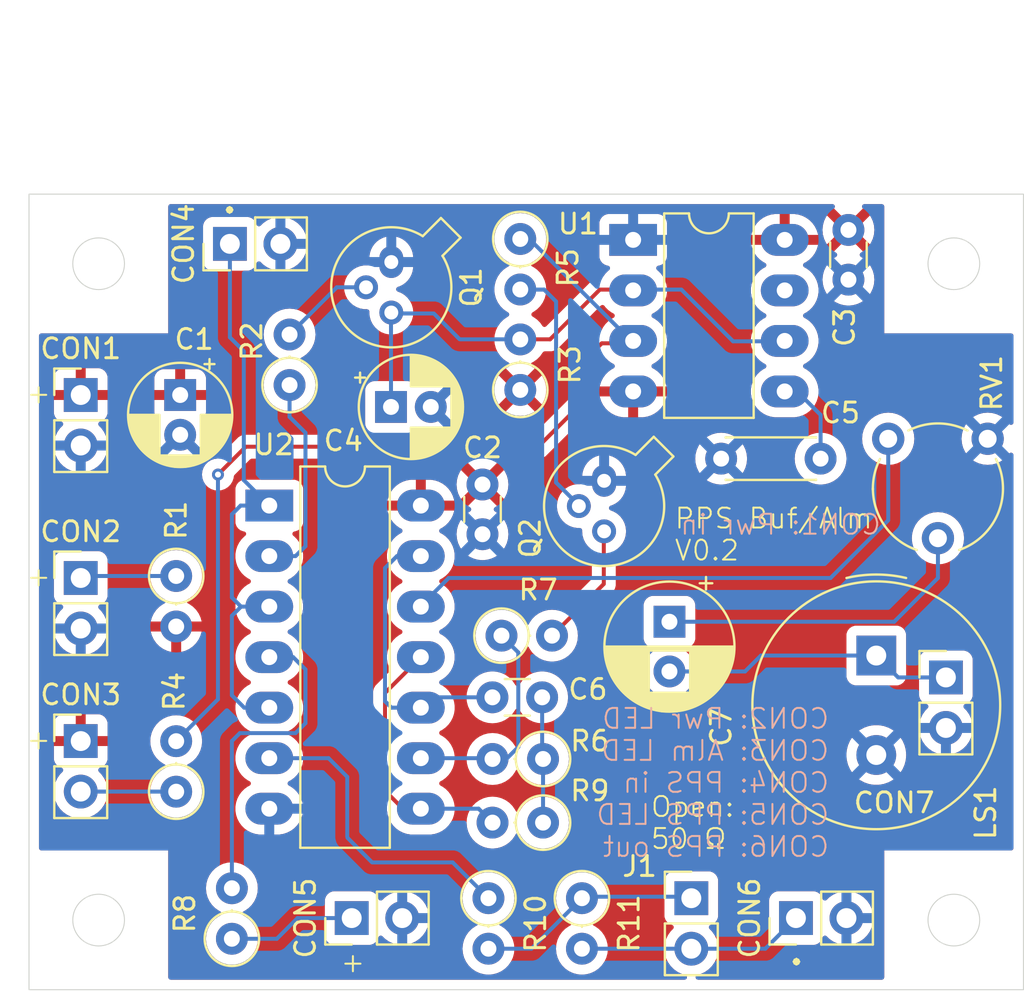
<source format=kicad_pcb>
(kicad_pcb (version 20240108) (generator "pcbnew") (generator_version "8.0")
  (title_block (title "GPS Receiver PPS Buffer") (date "2024-06-10") (rev "0.1") (company "Smithnet"))
  (layers (0 "F.Cu" signal) (31 "B.Cu" signal) (34 "B.Paste" user) (35 "F.Paste" user) (36 "B.SilkS" user "B.Silkscreen") (37 "F.SilkS" user "F.Silkscreen") (38 "B.Mask" user) (39 "F.Mask" user) (44 "Edge.Cuts" user))
  (net 0 "")
  (net 1 "Net-(Q1-B)")
  (net 2 "Net-(Q1-C)")
  (net 3 "GND")
  (net 4 "Net-(Q2-B)")
  (net 5 "Net-(Q2-C)")
  (net 6 "+5V")
  (net 7 "Net-(U1-CV)")
  (net 9 "~{ALARM}")
  (net 10 "Net-(CON2-Pin_1)")
  (net 11 "Net-(CON3-Pin_2)")
  (net 12 "PPS")
  (net 13 "Net-(CON4-Pin_1)")
  (net 14 "Net-(CON6-Pin_1)")
  (net 15 "Net-(J1-Pin_1)")
  (net 16 "Net-(R8-Pad2)")
  (net 17 "Net-(R10-Pad1)")
  (net 18 "Net-(C6-Pad1)")
  (net 19 "Net-(C6-Pad2)")
  (net 20 "Net-(C7-Pad1)")
  (net 21 "Net-(RV1-Pad1)")
  (net 22 "Net-(R6-Pad2)")
  (net 23 "Net-(R9-Pad2)")
  (net 24 "Net-(CON5-Pin_1)")
  (net 25 "Net-(CON7-Pin_1)")
  (footprint "Connector_PinHeader_2.54mm:PinHeader_1x02_P2.54mm_Vertical" (layer "F.Cu") (at 122.6 99.3)
    (property "Reference" "CON2" (at 0 -2.33 0) (layer "F.SilkS"))
    (property "Value" "Pwr LED")
    (pad "1" thru_hole rect (at 0 0) (size 1.7 1.7) (drill 1) (layers "*.Cu" "*.Mask") (net 10 "Net-(CON2-Pin_1)"))
    (pad "2" thru_hole oval (at 0 2.54) (size 1.7 1.7) (drill 1) (layers "*.Cu" "*.Mask") (net 3 "GND"))
  )
  (footprint "Connector_PinHeader_2.54mm:PinHeader_1x02_P2.54mm_Vertical" (layer "F.Cu") (at 122.6 107.5)
    (property "Reference" "CON3" (at 0 -2.33 0) (layer "F.SilkS"))
    (property "Value" "Alm LED")
    (pad "1" thru_hole rect (at 0 0) (size 1.7 1.7) (drill 1) (layers "*.Cu" "*.Mask") (net 6 "+5V"))
    (pad "2" thru_hole oval (at 0 2.54) (size 1.7 1.7) (drill 1) (layers "*.Cu" "*.Mask") (net 11 "Net-(CON3-Pin_2)"))
  )
  (footprint "Package_DIP:CERDIP-14_W7.62mm_SideBrazed_LongPads" (layer "F.Cu") (at 132.08 95.66)
    (property "Reference" "U2" (at 0.22 -3.06 0) (layer "F.SilkS"))
    (property "Value" "74HC04" (hide yes))
    (pad "1" thru_hole rect (at 0 0) (size 2.4 1.6) (drill 0.8) (layers "*.Cu" "*.Mask") (net 13 "Net-(CON4-Pin_1)"))
    (pad "2" thru_hole oval (at 0 2.54) (size 2.4 1.6) (drill 0.8) (layers "*.Cu" "*.Mask") (net 12 "PPS"))
    (pad "3" thru_hole oval (at 0 5.08) (size 2.4 1.6) (drill 0.8) (layers "*.Cu" "*.Mask") (net 13 "Net-(CON4-Pin_1)"))
    (pad "4" thru_hole oval (at 0 7.62) (size 2.4 1.6) (drill 0.8) (layers "*.Cu" "*.Mask") (net 16 "Net-(R8-Pad2)"))
    (pad "5" thru_hole oval (at 0 10.16) (size 2.4 1.6) (drill 0.8) (layers "*.Cu" "*.Mask") (net 13 "Net-(CON4-Pin_1)"))
    (pad "6" thru_hole oval (at 0 12.7) (size 2.4 1.6) (drill 0.8) (layers "*.Cu" "*.Mask") (net 17 "Net-(R10-Pad1)"))
    (pad "7" thru_hole oval (at 0 15.24) (size 2.4 1.6) (drill 0.8) (layers "*.Cu" "*.Mask") (net 3 "GND"))
    (pad "8" thru_hole oval (at 7.62 15.24) (size 2.4 1.6) (drill 0.8) (layers "*.Cu" "*.Mask") (net 23 "Net-(R9-Pad2)"))
    (pad "9" thru_hole oval (at 7.62 12.7) (size 2.4 1.6) (drill 0.8) (layers "*.Cu" "*.Mask") (net 22 "Net-(R6-Pad2)"))
    (pad "10" thru_hole oval (at 7.62 10.16) (size 2.4 1.6) (drill 0.8) (layers "*.Cu" "*.Mask") (net 19 "Net-(C6-Pad2)"))
    (pad "11" thru_hole oval (at 7.62 7.62) (size 2.4 1.6) (drill 0.8) (layers "*.Cu" "*.Mask") (net 23 "Net-(R9-Pad2)"))
    (pad "12" thru_hole oval (at 7.62 5.08) (size 2.4 1.6) (drill 0.8) (layers "*.Cu" "*.Mask") (net 21 "Net-(RV1-Pad1)"))
    (pad "13" thru_hole oval (at 7.62 2.54) (size 2.4 1.6) (drill 0.8) (layers "*.Cu" "*.Mask") (net 19 "Net-(C6-Pad2)"))
    (pad "14" thru_hole oval (at 7.62 0) (size 2.4 1.6) (drill 0.8) (layers "*.Cu" "*.Mask") (net 6 "+5V"))
  )
  (footprint "Resistor_THT:R_Axial_DIN0207_L6.3mm_D2.5mm_P2.54mm_Vertical" (layer "F.Cu") (at 145.845 108.4 180)
    (property "Reference" "R6" (at -2.355 0.9 0) (layer "F.SilkS"))
    (property "Value" "100k" (hide yes))
    (pad "1" thru_hole circle (at 0 0 180) (size 1.6 1.6) (drill 0.8) (layers "*.Cu" "*.Mask") (net 18 "Net-(C6-Pad1)"))
    (pad "2" thru_hole oval (at 2.54 0 180) (size 1.6 1.6) (drill 0.8) (layers "*.Cu" "*.Mask") (net 22 "Net-(R6-Pad2)"))
  )
  (footprint "Package_TO_SOT_THT:TO-18-3" (layer "F.Cu") (at 148.915276 94.414724 -90)
    (property "Reference" "Q2" (at 2.885276 3.715276 90) (layer "F.SilkS"))
    (property "Value" "BC108" (hide yes))
    (pad "1" thru_hole oval (at 0 0 270) (size 1.6 1.2) (drill 0.7) (layers "*.Cu" "*.Mask") (net 3 "GND"))
    (pad "2" thru_hole oval (at 1.27 1.27 270) (size 1.2 1.2) (drill 0.7) (layers "*.Cu" "*.Mask") (net 4 "Net-(Q2-B)"))
    (pad "3" thru_hole oval (at 2.54 0 270) (size 1.2 1.2) (drill 0.7) (layers "*.Cu" "*.Mask") (net 5 "Net-(Q2-C)"))
  )
  (footprint "Resistor_THT:R_Axial_DIN0207_L6.3mm_D2.5mm_P2.54mm_Vertical" (layer "F.Cu") (at 127.4 110.045 90)
    (property "Reference" "R4" (at 5.04 -0.1 90) (layer "F.SilkS"))
    (property "Value" "1k")
    (pad "1" thru_hole circle (at 0 0 90) (size 1.6 1.6) (drill 0.8) (layers "*.Cu" "*.Mask") (net 11 "Net-(CON3-Pin_2)"))
    (pad "2" thru_hole oval (at 2.54 0 90) (size 1.6 1.6) (drill 0.8) (layers "*.Cu" "*.Mask") (net 9 "~{ALARM}"))
  )
  (footprint "Capacitor_THT:CP_Radial_D5.0mm_P2.00mm" (layer "F.Cu") (at 127.6 90.1 -90)
    (property "Reference" "C1" (at -2.8 -0.7 180) (layer "F.SilkS"))
    (property "Value" "10u" (hide yes))
    (pad "1" thru_hole rect (at 0 0 270) (size 1.6 1.6) (drill 0.8) (layers "*.Cu" "*.Mask") (net 6 "+5V"))
    (pad "2" thru_hole circle (at 2 0 270) (size 1.6 1.6) (drill 0.8) (layers "*.Cu" "*.Mask") (net 3 "GND"))
  )
  (footprint "Resistor_THT:R_Axial_DIN0207_L6.3mm_D2.5mm_P2.54mm_Vertical" (layer "F.Cu") (at 145.845 111.6 180)
    (property "Reference" "R9" (at -2.355 1.6 0) (layer "F.SilkS"))
    (property "Value" "270k" (hide yes))
    (pad "1" thru_hole circle (at 0 0 180) (size 1.6 1.6) (drill 0.8) (layers "*.Cu" "*.Mask") (net 18 "Net-(C6-Pad1)"))
    (pad "2" thru_hole oval (at 2.54 0 180) (size 1.6 1.6) (drill 0.8) (layers "*.Cu" "*.Mask") (net 23 "Net-(R9-Pad2)"))
  )
  (footprint "Connector_PinHeader_2.54mm:PinHeader_1x02_P2.54mm_Vertical" (layer "F.Cu") (at 122.6 90.1)
    (property "Reference" "CON1" (at 0 -2.33 0) (layer "F.SilkS"))
    (property "Value" "Pwr")
    (pad "1" thru_hole rect (at 0 0) (size 1.7 1.7) (drill 1) (layers "*.Cu" "*.Mask") (net 6 "+5V"))
    (pad "2" thru_hole oval (at 0 2.54) (size 1.7 1.7) (drill 1) (layers "*.Cu" "*.Mask") (net 3 "GND"))
  )
  (footprint "Connector_PinHeader_2.54mm:PinHeader_1x02_P2.54mm_Vertical" (layer "F.Cu") (at 153.3 115.4)
    (property "Reference" "J1" (at -2.6 -1.6 0) (layer "F.SilkS"))
    (property "Value" "Low Z")
    (pad "1" thru_hole rect (at 0 0) (size 1.7 1.7) (drill 1) (layers "*.Cu" "*.Mask") (net 15 "Net-(J1-Pin_1)"))
    (pad "2" thru_hole oval (at 0 2.54) (size 1.7 1.7) (drill 1) (layers "*.Cu" "*.Mask") (net 14 "Net-(CON6-Pin_1)"))
  )
  (footprint "Resistor_THT:R_Axial_DIN0207_L6.3mm_D2.5mm_P2.54mm_Vertical" (layer "F.Cu") (at 143.1 115.4 -90)
    (property "Reference" "R10" (at 1.27 -2.37 -90) (layer "F.SilkS"))
    (property "Value" "2.7" (hide yes))
    (pad "1" thru_hole circle (at 0 0 270) (size 1.6 1.6) (drill 0.8) (layers "*.Cu" "*.Mask") (net 17 "Net-(R10-Pad1)"))
    (pad "2" thru_hole oval (at 2.54 0 270) (size 1.6 1.6) (drill 0.8) (layers "*.Cu" "*.Mask") (net 15 "Net-(J1-Pin_1)"))
  )
  (footprint "Connector_PinHeader_2.54mm:PinHeader_1x02_P2.54mm_Vertical" (layer "F.Cu") (at 130.1 82.5 90)
    (property "Reference" "CON4" (at 0 -2.33 90) (layer "F.SilkS"))
    (property "Value" "PPS In")
    (pad "1" thru_hole rect (at 0 0 90) (size 1.7 1.7) (drill 1) (layers "*.Cu" "*.Mask") (net 13 "Net-(CON4-Pin_1)"))
    (pad "2" thru_hole oval (at 0 2.54 90) (size 1.7 1.7) (drill 1) (layers "*.Cu" "*.Mask") (net 3 "GND"))
  )
  (footprint "Potentiometer_THT:Potentiometer_Piher_PT-6-V_Vertical" (layer "F.Cu") (at 163.2 92.3 -90)
    (property "Reference" "RV1" (at -2.8 -5.2 90) (layer "F.SilkS"))
    (property "Value" "10k" (hide yes))
    (pad "1" thru_hole circle (at 0 0 270) (size 1.62 1.62) (drill 0.9) (layers "*.Cu" "*.Mask") (net 21 "Net-(RV1-Pad1)"))
    (pad "2" thru_hole circle (at 5 -2.5 270) (size 1.62 1.62) (drill 0.9) (layers "*.Cu" "*.Mask") (net 20 "Net-(C7-Pad1)"))
    (pad "3" thru_hole circle (at 0 -5 270) (size 1.62 1.62) (drill 0.9) (layers "*.Cu" "*.Mask") (net 3 "GND"))
  )
  (footprint "Capacitor_THT:CP_Radial_D6.3mm_P2.50mm" (layer "F.Cu") (at 152.2 101.5 -90)
    (property "Reference" "C7" (at 5.3 -2.6 -90) (layer "F.SilkS"))
    (property "Value" "0.47uF")
    (pad "1" thru_hole rect (at 0 0 270) (size 1.6 1.6) (drill 0.8) (layers "*.Cu" "*.Mask") (net 20 "Net-(C7-Pad1)"))
    (pad "2" thru_hole circle (at 2.5 0 270) (size 1.6 1.6) (drill 0.8) (layers "*.Cu" "*.Mask") (net 25 "Net-(CON7-Pin_1)"))
  )
  (footprint "Resistor_THT:R_Axial_DIN0207_L6.3mm_D2.5mm_P2.54mm_Vertical" (layer "F.Cu") (at 144.7 82.255 -90)
    (property "Reference" "R5" (at 1.445 -2.4 90) (layer "F.SilkS"))
    (property "Value" "47k" (hide yes))
    (pad "1" thru_hole circle (at 0 0 270) (size 1.6 1.6) (drill 0.8) (layers "*.Cu" "*.Mask") (net 9 "~{ALARM}"))
    (pad "2" thru_hole oval (at 2.54 0 270) (size 1.6 1.6) (drill 0.8) (layers "*.Cu" "*.Mask") (net 4 "Net-(Q2-B)"))
  )
  (footprint "Resistor_THT:R_Axial_DIN0207_L6.3mm_D2.5mm_P2.54mm_Vertical" (layer "F.Cu") (at 144.7 89.845 90)
    (property "Reference" "R3" (at 1.27 2.5 90) (layer "F.SilkS"))
    (property "Value" "270k" (hide yes))
    (pad "1" thru_hole circle (at 0 0 90) (size 1.6 1.6) (drill 0.8) (layers "*.Cu" "*.Mask") (net 6 "+5V"))
    (pad "2" thru_hole oval (at 2.54 0 90) (size 1.6 1.6) (drill 0.8) (layers "*.Cu" "*.Mask") (net 2 "Net-(Q1-C)"))
  )
  (footprint "Capacitor_THT:CP_Radial_D5.0mm_P2.00mm" (layer "F.Cu") (at 138.2 90.7)
    (property "Reference" "C4" (at -2.4 1.7 0) (layer "F.SilkS"))
    (property "Value" "22uF" (hide yes))
    (pad "1" thru_hole rect (at 0 0) (size 1.6 1.6) (drill 0.8) (layers "*.Cu" "*.Mask") (net 2 "Net-(Q1-C)"))
    (pad "2" thru_hole circle (at 2 0) (size 1.6 1.6) (drill 0.8) (layers "*.Cu" "*.Mask") (net 3 "GND"))
  )
  (footprint "Resistor_THT:R_Axial_DIN0207_L6.3mm_D2.5mm_P2.54mm_Vertical" (layer "F.Cu") (at 127.4 99.2 -90)
    (property "Reference" "R1" (at -2.8 0 90) (layer "F.SilkS"))
    (property "Value" "1k")
    (pad "1" thru_hole circle (at 0 0 270) (size 1.6 1.6) (drill 0.8) (layers "*.Cu" "*.Mask") (net 10 "Net-(CON2-Pin_1)"))
    (pad "2" thru_hole oval (at 2.54 0 270) (size 1.6 1.6) (drill 0.8) (layers "*.Cu" "*.Mask") (net 6 "+5V"))
  )
  (footprint "Capacitor_THT:C_Disc_D4.3mm_W1.9mm_P5.00mm" (layer "F.Cu") (at 159.8 93.3 180)
    (property "Reference" "C5" (at -1 2.3 0) (layer "F.SilkS"))
    (property "Value" "10nF" (hide yes))
    (pad "1" thru_hole circle (at 0 0 180) (size 1.6 1.6) (drill 0.8) (layers "*.Cu" "*.Mask") (net 7 "Net-(U1-CV)"))
    (pad "2" thru_hole circle (at 5 0 180) (size 1.6 1.6) (drill 0.8) (layers "*.Cu" "*.Mask") (net 3 "GND"))
  )
  (footprint "Capacitor_THT:C_Disc_D3.0mm_W1.6mm_P2.50mm" (layer "F.Cu") (at 145.8 105.3 180)
    (property "Reference" "C6" (at -2.3 0.4 0) (layer "F.SilkS"))
    (property "Value" "1.5n" (hide yes))
    (pad "1" thru_hole circle (at 0 0 180) (size 1.6 1.6) (drill 0.8) (layers "*.Cu" "*.Mask") (net 18 "Net-(C6-Pad1)"))
    (pad "2" thru_hole circle (at 2.5 0 180) (size 1.6 1.6) (drill 0.8) (layers "*.Cu" "*.Mask") (net 19 "Net-(C6-Pad2)"))
  )
  (footprint "Buzzer_Beeper:Buzzer_TDK_PS1240P02BT_D12.2mm_H6.5mm" (layer "F.Cu") (at 162.6 103.2 -90)
    (property "Reference" "LS1" (at 7.9 -5.5 90) (layer "F.SilkS"))
    (property "Value" "Piezo Spkr")
    (pad "1" thru_hole rect (at 0 0 270) (size 2 2) (drill 1) (layers "*.Cu" "*.Mask") (net 25 "Net-(CON7-Pin_1)"))
    (pad "2" thru_hole circle (at 5 0 270) (size 2 2) (drill 1) (layers "*.Cu" "*.Mask") (net 3 "GND"))
  )
  (footprint "Resistor_THT:R_Axial_DIN0207_L6.3mm_D2.5mm_P2.54mm_Vertical" (layer "F.Cu") (at 133.1 89.6 90)
    (property "Reference" "R2" (at 2.2 -1.9 90) (layer "F.SilkS"))
    (property "Value" "47k" (hide yes))
    (pad "1" thru_hole circle (at 0 0 90) (size 1.6 1.6) (drill 0.8) (layers "*.Cu" "*.Mask") (net 12 "PPS"))
    (pad "2" thru_hole oval (at 2.54 0 90) (size 1.6 1.6) (drill 0.8) (layers "*.Cu" "*.Mask") (net 1 "Net-(Q1-B)"))
  )
  (footprint "Capacitor_THT:C_Disc_D3.0mm_W1.6mm_P2.50mm" (layer "F.Cu") (at 142.8 94.6 -90)
    (property "Reference" "C2" (at -1.85 0 180) (layer "F.SilkS"))
    (property "Value" "100n" (hide yes))
    (pad "1" thru_hole circle (at 0 0 270) (size 1.6 1.6) (drill 0.8) (layers "*.Cu" "*.Mask") (net 6 "+5V"))
    (pad "2" thru_hole circle (at 2.5 0 270) (size 1.6 1.6) (drill 0.8) (layers "*.Cu" "*.Mask") (net 3 "GND"))
  )
  (footprint "Resistor_THT:R_Axial_DIN0207_L6.3mm_D2.5mm_P2.54mm_Vertical" (layer "F.Cu") (at 147.8 115.4 -90)
    (property "Reference" "R11" (at 1.27 -2.37 90) (layer "F.SilkS"))
    (property "Value" "47" (hide yes))
    (pad "1" thru_hole circle (at 0 0 270) (size 1.6 1.6) (drill 0.8) (layers "*.Cu" "*.Mask") (net 15 "Net-(J1-Pin_1)"))
    (pad "2" thru_hole oval (at 2.54 0 270) (size 1.6 1.6) (drill 0.8) (layers "*.Cu" "*.Mask") (net 14 "Net-(CON6-Pin_1)"))
  )
  (footprint "Connector_PinHeader_2.54mm:PinHeader_1x02_P2.54mm_Vertical" (layer "F.Cu") (at 136.225 116.4 90)
    (property "Reference" "CON5" (at 0 -2.33 90) (layer "F.SilkS"))
    (property "Value" "PPS LED")
    (pad "1" thru_hole rect (at 0 0 90) (size 1.7 1.7) (drill 1) (layers "*.Cu" "*.Mask") (net 24 "Net-(CON5-Pin_1)"))
    (pad "2" thru_hole oval (at 0 2.54 90) (size 1.7 1.7) (drill 1) (layers "*.Cu" "*.Mask") (net 3 "GND"))
  )
  (footprint "Resistor_THT:R_Axial_DIN0207_L6.3mm_D2.5mm_P2.54mm_Vertical" (layer "F.Cu") (at 130.2 117.44 90)
    (property "Reference" "R8" (at 1.27 -2.37 90) (layer "F.SilkS"))
    (property "Value" "1k" (hide yes))
    (pad "1" thru_hole circle (at 0 0 90) (size 1.6 1.6) (drill 0.8) (layers "*.Cu" "*.Mask") (net 24 "Net-(CON5-Pin_1)"))
    (pad "2" thru_hole oval (at 2.54 0 90) (size 1.6 1.6) (drill 0.8) (layers "*.Cu" "*.Mask") (net 16 "Net-(R8-Pad2)"))
  )
  (footprint "Package_TO_SOT_THT:TO-18-3" (layer "F.Cu") (at 138.215276 83.414724 -90)
    (property "Reference" "Q1" (at 1.27 -4.02 90) (layer "F.SilkS"))
    (property "Value" "BC108" (hide yes))
    (pad "1" thru_hole oval (at 0 0 270) (size 1.6 1.2) (drill 0.7) (layers "*.Cu" "*.Mask") (net 3 "GND"))
    (pad "2" thru_hole oval (at 1.27 1.27 270) (size 1.2 1.2) (drill 0.7) (layers "*.Cu" "*.Mask") (net 1 "Net-(Q1-B)"))
    (pad "3" thru_hole oval (at 2.54 0 270) (size 1.2 1.2) (drill 0.7) (layers "*.Cu" "*.Mask") (net 2 "Net-(Q1-C)"))
  )
  (footprint "Connector_PinHeader_2.54mm:PinHeader_1x02_P2.54mm_Vertical" (layer "F.Cu") (at 166.1 104.3)
    (property "Reference" "CON7" (at -2.6 6.3 0) (layer "F.SilkS"))
    (property "Value" "Spkr")
    (pad "1" thru_hole rect (at 0 0) (size 1.7 1.7) (drill 1) (layers "*.Cu" "*.Mask") (net 25 "Net-(CON7-Pin_1)"))
    (pad "2" thru_hole oval (at 0 2.54) (size 1.7 1.7) (drill 1) (layers "*.Cu" "*.Mask") (net 3 "GND"))
  )
  (footprint "Capacitor_THT:C_Disc_D3.0mm_W1.6mm_P2.50mm" (layer "F.Cu") (at 161.2 81.8 -90)
    (property "Reference" "C3" (at 4.9 0.2 90) (layer "F.SilkS"))
    (property "Value" "100n" (hide yes))
    (pad "1" thru_hole circle (at 0 0 270) (size 1.6 1.6) (drill 0.8) (layers "*.Cu" "*.Mask") (net 6 "+5V"))
    (pad "2" thru_hole circle (at 2.5 0 270) (size 1.6 1.6) (drill 0.8) (layers "*.Cu" "*.Mask") (net 3 "GND"))
  )
  (footprint "Resistor_THT:R_Axial_DIN0207_L6.3mm_D2.5mm_P2.54mm_Vertical" (layer "F.Cu") (at 143.755 102.2)
    (property "Reference" "R7" (at 1.845 -2.3 0) (layer "F.SilkS"))
    (property "Value" "10k" (hide yes))
    (pad "1" thru_hole circle (at 0 0) (size 1.6 1.6) (drill 0.8) (layers "*.Cu" "*.Mask") (net 22 "Net-(R6-Pad2)"))
    (pad "2" thru_hole oval (at 2.54 0) (size 1.6 1.6) (drill 0.8) (layers "*.Cu" "*.Mask") (net 5 "Net-(Q2-C)"))
  )
  (footprint "Connector_PinHeader_2.54mm:PinHeader_1x02_P2.54mm_Vertical" (layer "F.Cu") (at 158.56 116.4 90)
    (property "Reference" "CON6" (at 0 -2.33 90) (layer "F.SilkS"))
    (property "Value" "PPS Out")
    (pad "1" thru_hole rect (at 0 0 90) (size 1.7 1.7) (drill 1) (layers "*.Cu" "*.Mask") (net 14 "Net-(CON6-Pin_1)"))
    (pad "2" thru_hole oval (at 0 2.54 90) (size 1.7 1.7) (drill 1) (layers "*.Cu" "*.Mask") (net 3 "GND"))
  )
  (footprint "Package_DIP:DIP-8_W7.62mm_LongPads" (layer "F.Cu") (at 150.375 82.3)
    (property "Reference" "U1" (at -2.775 -0.8 0) (layer "F.SilkS"))
    (property "Value" "MC1455P" (hide yes))
    (pad "1" thru_hole rect (at 0 0) (size 2.4 1.6) (drill 0.8) (layers "*.Cu" "*.Mask") (net 3 "GND"))
    (pad "2" thru_hole oval (at 0 2.54) (size 2.4 1.6) (drill 0.8) (layers "*.Cu" "*.Mask") (net 2 "Net-(Q1-C)"))
    (pad "3" thru_hole oval (at 0 5.08) (size 2.4 1.6) (drill 0.8) (layers "*.Cu" "*.Mask") (net 9 "~{ALARM}"))
    (pad "4" thru_hole oval (at 0 7.62) (size 2.4 1.6) (drill 0.8) (layers "*.Cu" "*.Mask") (net 6 "+5V"))
    (pad "5" thru_hole oval (at 7.62 7.62) (size 2.4 1.6) (drill 0.8) (layers "*.Cu" "*.Mask") (net 7 "Net-(U1-CV)"))
    (pad "6" thru_hole oval (at 7.62 5.08) (size 2.4 1.6) (drill 0.8) (layers "*.Cu" "*.Mask") (net 2 "Net-(Q1-C)"))
    (pad "7" thru_hole oval (at 7.62 2.54) (size 2.4 1.6) (drill 0.8) (layers "*.Cu" "*.Mask"))
    (pad "8" thru_hole oval (at 7.62 0) (size 2.4 1.6) (drill 0.8) (layers "*.Cu" "*.Mask") (net 6 "+5V"))
  )
  (gr_line (start 145.6 92.7) (end 130.9 92.7) (stroke (width 0.2)) (layer "F.Cu") (net 9))
  (gr_line (start 148.7 84.8) (end 150.4 84.8) (stroke (width 0.2)) (layer "F.Cu") (net 2))
  (gr_line (start 147.8 90.5) (end 145.609142 92.690858) (stroke (width 0.2)) (layer "F.Cu") (net 9))
  (gr_line (start 148.8 87.5) (end 147.8 88.5) (stroke (width 0.2)) (layer "F.Cu") (net 9))
  (gr_line (start 150.3 87.5) (end 148.8 87.5) (stroke (width 0.2)) (layer "F.Cu") (net 9))
  (gr_line (start 147.8 88.5) (end 147.8 90.5) (stroke (width 0.2)) (layer "F.Cu") (net 9))
  (gr_line (start 146.3 102.2) (end 148.888738 99.611262) (stroke (width 0.2)) (layer "F.Cu") (net 5))
  (gr_line (start 144.7 87.3) (end 146.2 87.3) (stroke (width 0.2)) (layer "F.Cu") (net 2))
  (gr_line (start 148.9 99.6) (end 148.9 97) (stroke (width 0.2)) (layer "F.Cu") (net 5))
  (gr_line (start 129.5 94.1) (end 130.892693 92.707307) (stroke (width 0.2)) (layer "F.Cu") (net 9))
  (gr_line (start 146.2 87.3) (end 148.669194 84.830806) (stroke (width 0.2)) (layer "F.Cu") (net 2))
  (gr_line (start 165.7 99.3) (end 165.7 97.3) (stroke (width 0.2)) (layer "B.Cu") (net 20))
  (gr_line (start 152.4 101.5) (end 163.5 101.5) (stroke (width 0.2)) (layer "B.Cu") (net 20))
  (gr_line (start 130.2 114.7) (end 130.2 107.5) (stroke (width 0.2)) (layer "B.Cu") (net 16))
  (gr_line (start 141.7 87.3) (end 144.7 87.3) (stroke (width 0.2)) (layer "B.Cu") (net 2))
  (gr_line (start 163.5 101.5) (end 165.7 99.3) (stroke (width 0.2)) (layer "B.Cu") (net 20))
  (gr_line (start 141.1 99.3) (end 160.3 99.3) (stroke (width 0.2)) (layer "B.Cu") (net 21))
  (gr_line (start 145.2 82.3) (end 144.7 82.3) (stroke (width 0.2)) (layer "B.Cu") (net 9))
  (gr_line (start 146.5 85.4) (end 146.5 94.5) (stroke (width 0.2)) (layer "B.Cu") (net 4))
  (gr_line (start 152.2 104) (end 156 104) (stroke (width 0.2)) (layer "B.Cu") (net 25))
  (gr_line (start 136 109.3) (end 136 112.3) (stroke (width 0.2)) (layer "B.Cu") (net 17))
  (gr_line (start 163.7 104.3) (end 166.1 104.3) (stroke (width 0.2)) (layer "B.Cu") (net 25))
  (gr_line (start 136.013189 112.363189) (end 137.25 113.6) (stroke (width 0.2)) (layer "B.Cu") (net 17))
  (gr_line (start 133.2 87.1) (end 133.1 87.1) (stroke (width 0.2)) (layer "B.Cu") (net 1))
  (gr_line (start 163.2 96.4) (end 163.2 92.3) (stroke (width 0.2)) (layer "B.Cu") (net 21))
  (gr_line (start 133.1 87.1) (end 133.15 87.1) (stroke (width 0.2)) (layer "B.Cu") (net 1))
  (gr_line (start 129.5 94.1) (end 129.5 105.4) (stroke (width 0.2)) (layer "B.Cu") (net 9))
  (gr_line (start 160.3 99.3) (end 163.173345 96.426655) (stroke (width 0.2)) (layer "B.Cu") (net 21))
  (gr_line (start 139.7 100.7) (end 141.1 99.3) (stroke (width 0.2)) (layer "B.Cu") (net 21))
  (gr_line (start 140.352815 86) (end 141.647185 87.29437) (stroke (width 0.2)) (layer "B.Cu") (net 2))
  (gr_line (start 122.6 99.2) (end 127.4 99.2) (stroke (width 0.2)) (layer "B.Cu") (net 10))
  (gr_line (start 150.4 84.8) (end 152.8 84.8) (stroke (width 0.2)) (layer "B.Cu") (net 2))
  (gr_line (start 162.6 103.2) (end 163.695135 104.295135) (stroke (width 0.2)) (layer "B.Cu") (net 25))
  (gr_line (start 144.7 84.8) (end 145.9 84.8) (stroke (width 0.2)) (layer "B.Cu") (net 4))
  (gr_line (start 156 104) (end 156.80268 103.19732) (stroke (width 0.2)) (layer "B.Cu") (net 25))
  (gr_line (start 156.8 103.2) (end 162.6 103.2) (stroke (width 0.2)) (layer "B.Cu") (net 25))
  (gr_line (start 145.9 84.8) (end 146.5 85.4) (stroke (width 0.2)) (layer "B.Cu") (net 4))
  (gr_line (start 141.3 113.6) (end 143.1 115.4) (stroke (width 0.2)) (layer "B.Cu") (net 17))
  (gr_line (start 152.8095 84.8095) (end 155.398794 87.398794) (stroke (width 0.2)) (layer "B.Cu") (net 2))
  (gr_line (start 138.25 86) (end 140.3 86) (stroke (width 0.2)) (layer "B.Cu") (net 2))
  (gr_line (start 129.5 105.4) (end 127.4 107.5) (stroke (width 0.2)) (layer "B.Cu") (net 9))
  (gr_line (start 137.3 113.6) (end 141.3 113.6) (stroke (width 0.2)) (layer "B.Cu") (net 17))
  (gr_line (start 150.3 87.4) (end 145.2 82.3) (stroke (width 0.2)) (layer "B.Cu") (net 9))
  (gr_line (start 146.5 94.5) (end 147.7 95.7) (stroke (width 0.2)) (layer "B.Cu") (net 4))
  (gr_line (start 155.4 87.4) (end 158.1 87.4) (stroke (width 0.2)) (layer "B.Cu") (net 2))
  (gr_rect (start 120 80) (end 170 120) (stroke (width 0.05)) (fill none) (layer "Edge.Cuts"))
  (gr_circle (center 166.5 116.5) (end 167.8 116.5) (stroke (width 0.05)) (fill none) (layer "Edge.Cuts"))
  (gr_circle (center 123.5 116.5) (end 124.8 116.5) (stroke (width 0.05)) (fill none) (layer "Edge.Cuts"))
  (gr_circle (center 166.5 83.5) (end 167.8 83.5) (stroke (width 0.05)) (fill none) (layer "Edge.Cuts"))
  (gr_circle (center 123.5 83.5) (end 124.8 83.5) (stroke (width 0.05)) (fill none) (layer "Edge.Cuts"))
  (gr_text "CON1: Pwr in" (at 162.9 97.2 0) (layer "B.SilkS") (effects (font (size 1 1) (thickness 0.1)) (justify left bottom mirror)))
  (gr_text "CON2: Pwr LED\nCON3: Alm LED\nCON4: PPS in\nCON5: PPS LED\nCON6: PPS out" (at 160.3 113.4 0) (layer "B.SilkS") (effects (font (size 1 1) (thickness 0.1)) (justify left bottom mirror)))
  (gr_text "+" (at 135.6 119.2 0) (layer "F.SilkS") (effects (font (size 1 1) (thickness 0.1)) (justify left bottom)))
  (gr_text "•" (at 157.9 119.1 0) (layer "F.SilkS") (effects (font (size 1 1) (thickness 0.1)) (justify left bottom)))
  (gr_text "PPS Buf/Alm\nV0.2" (at 152.4 98.5 0) (layer "F.SilkS") (effects (font (size 1 1) (thickness 0.1)) (justify left bottom)))
  (gr_text "Open:\n50 Ω" (at 151.2 113 0) (layer "F.SilkS") (effects (font (size 1 1) (thickness 0.1)) (justify left bottom)))
  (gr_text "+" (at 119.8 108 0) (layer "F.SilkS") (effects (font (size 1 1) (thickness 0.1)) (justify left bottom)))
  (gr_text "+" (at 119.8 90.6 0) (layer "F.SilkS") (effects (font (size 1 1) (thickness 0.1)) (justify left bottom)))
  (gr_text "•" (at 129.4 81.3 0) (layer "F.SilkS") (effects (font (size 1 1) (thickness 0.1)) (justify left bottom)))
  (gr_text "+" (at 119.8 99.8 0) (layer "F.SilkS") (effects (font (size 1 1) (thickness 0.1)) (justify left bottom)))
  (segment (start 135.475276 84.684724) (end 136.945276 84.684724) (width 0.2) (layer "B.Cu") (net 1))
  (segment (start 133.1 87.06) (end 135.475276 84.684724) (width 0.2) (layer "B.Cu") (net 1))
  (segment (start 150.4 84.865) (end 150.375 84.84) (width 0.2) (layer "B.Cu") (net 2))
  (segment (start 150.4 84.9) (end 150.4 84.865) (width 0.2) (layer "B.Cu") (net 2))
  (segment (start 138.2 85.783312) (end 138.2 90.4) (width 0.2) (layer "B.Cu") (net 2))
  (segment (start 138.7 117.9) (end 138.7 116.465) (width 0.2) (layer "B.Cu") (net 3))
  (segment (start 138.7 116.465) (end 138.765 116.4) (width 0.2) (layer "B.Cu") (net 3))
  (segment (start 159.8 93.3) (end 159.8 91.1) (width 0.2) (layer "B.Cu") (net 7))
  (segment (start 158.62 89.92) (end 157.995 89.92) (width 0.2) (layer "B.Cu") (net 7))
  (segment (start 159.8 91.1) (end 158.62 89.92) (width 0.2) (layer "B.Cu") (net 7))
  (via (at 129.5 94.1) (size 0.6) (drill 0.3) (layers "F.Cu" "B.Cu") (net 9))
  (segment (start 127.395 110.04) (end 127.4 110.045) (width 0.2) (layer "B.Cu") (net 11))
  (segment (start 122.6 110.04) (end 127.395 110.04) (width 0.2) (layer "B.Cu") (net 11))
  (segment (start 133.9 97.7) (end 133.4 98.2) (width 0.2) (layer "B.Cu") (net 12))
  (segment (start 133.9 92) (end 133.9 97.7) (width 0.2) (layer "B.Cu") (net 12))
  (segment (start 133.4 98.2) (end 132.08 98.2) (width 0.2) (layer "B.Cu") (net 12))
  (segment (start 133.1 91.2) (end 133.9 92) (width 0.2) (layer "B.Cu") (net 12))
  (segment (start 133.1 89.6) (end 133.1 91.2) (width 0.2) (layer "B.Cu") (net 12))
  (segment (start 132.08 100.74) (end 130.66 100.74) (width 0.2) (layer "B.Cu") (net 13))
  (segment (start 130.66 100.74) (end 130.2 101.2) (width 0.2) (layer "B.Cu") (net 13))
  (segment (start 130.2 96.1) (end 130.64 95.66) (width 0.2) (layer "B.Cu") (net 13))
  (segment (start 130.2 105.2) (end 130.82 105.82) (width 0.2) (layer "B.Cu") (net 13))
  (segment (start 132.08 105.82) (end 132.08 105.235635) (width 0.2) (layer "B.Cu") (net 13))
  (segment (start 132.985685 96) (end 132.362842 95.377157) (width 0.2) (layer "B.Cu") (net 13))
  (segment (start 130.2 101.2) (end 130.2 105.2) (width 0.2) (layer "B.Cu") (net 13))
  (segment (start 130.82 105.82) (end 132.08 105.82) (width 0.2) (layer "B.Cu") (net 13))
  (segment (start 130.8 94.38) (end 132.08 95.66) (width 0.2) (layer "B.Cu") (net 13))
  (segment (start 130.1 82.5) (end 130.1 87.2) (width 0.2) (layer "B.Cu") (net 13))
  (segment (start 130.2 100.28) (end 130.2 96.1) (width 0.2) (layer "B.Cu") (net 13))
  (segment (start 130.64 95.66) (end 132.08 95.66) (width 0.2) (layer "B.Cu") (net 13))
  (segment (start 130.66 100.74) (end 130.2 100.28) (width 0.2) (layer "B.Cu") (net 13))
  (segment (start 130.8 87.9) (end 130.8 94.38) (width 0.2) (layer "B.Cu") (net 13))
  (segment (start 130.1 87.2) (end 130.8 87.9) (width 0.2) (layer "B.Cu") (net 13))
  (segment (start 147.92 117.94) (end 147.86 118) (width 0.2) (layer "B.Cu") (net 14))
  (segment (start 158.56 116.4) (end 157.02 117.94) (width 0.2) (layer "B.Cu") (net 14))
  (segment (start 157.02 117.94) (end 153.3 117.94) (width 0.2) (layer "B.Cu") (net 14))
  (segment (start 153.3 117.94) (end 147.92 117.94) (width 0.2) (layer "B.Cu") (net 14))
  (segment (start 143 117.94) (end 145.26 117.94) (width 0.2) (layer "B.Cu") (net 15))
  (segment (start 153.1 115.325) (end 147.875 115.325) (width 0.2) (layer "B.Cu") (net 15))
  (segment (start 145.26 117.94) (end 147.8 115.4) (width 0.2) (layer "B.Cu") (net 15))
  (segment (start 147.875 115.325) (end 147.8 115.4) (width 0.2) (layer "B.Cu") (net 15))
  (segment (start 133.4 107.1) (end 133.9 106.6) (width 0.2) (layer "B.Cu") (net 16))
  (segment (start 133.9 103.9) (end 133.28 103.28) (width 0.2) (layer "B.Cu") (net 16))
  (segment (start 133.9 106.6) (end 133.9 103.9) (width 0.2) (layer "B.Cu") (net 16))
  (segment (start 130.6 107.1) (end 133.4 107.1) (width 0.2) (layer "B.Cu") (net 16))
  (segment (start 130.9 114.805) (end 130.5 114.405) (width 0.2) (layer "B.Cu") (net 16))
  (segment (start 133.28 103.28) (end 132.08 103.28) (width 0.2) (layer "B.Cu") (net 16))
  (segment (start 130.2 107.5) (end 130.6 107.1) (width 0.2) (layer "B.Cu") (net 16))
  (segment (start 135.06 108.36) (end 136 109.3) (width 0.2) (layer "B.Cu") (net 17))
  (segment (start 135.06 108.36) (end 132.08 108.36) (width 0.2) (layer "B.Cu") (net 17))
  (segment (start 145.8 108.355) (end 145.845 108.4) (width 0.2) (layer "B.Cu") (net 18))
  (segment (start 145.845 111.6) (end 145.845 108.4) (width 0.2) (layer "B.Cu") (net 18))
  (segment (start 145.8 105.3) (end 145.8 108.355) (width 0.2) (layer "B.Cu") (net 18))
  (segment (start 143.3 105.3) (end 140.22 105.3) (width 0.2) (layer "B.Cu") (net 19))
  (segment (start 139.7 98.2) (end 138.5 98.2) (width 0.2) (layer "B.Cu") (net 19))
  (segment (start 138.5 98.2) (end 137.9 98.8) (width 0.2) (layer "B.Cu") (net 19))
  (segment (start 138.22 105.82) (end 139.7 105.82) (width 0.2) (layer "B.Cu") (net 19))
  (segment (start 137.9 98.8) (end 137.9 105.5) (width 0.2) (layer "B.Cu") (net 19))
  (segment (start 140.22 105.3) (end 139.7 105.82) (width 0.2) (layer "B.Cu") (net 19))
  (segment (start 137.9 105.5) (end 138.22 105.82) (width 0.2) (layer "B.Cu") (net 19))
  (segment (start 143.305 108.4) (end 144 108.4) (width 0.2) (layer "B.Cu") (net 22))
  (segment (start 140.1 108.36) (end 143.265 108.36) (width 0.2) (layer "B.Cu") (net 22))
  (segment (start 144.6 107.8) (end 144.6 103.045) (width 0.2) (layer "B.Cu") (net 22))
  (segment (start 144.6 103.045) (end 143.755 102.2) (width 0.2) (layer "B.Cu") (net 22))
  (segment (start 144 108.4) (end 144.6 107.8) (width 0.2) (layer "B.Cu") (net 22))
  (segment (start 143.265 108.36) (end 143.305 108.4) (width 0.2) (layer "B.Cu") (net 22))
  (segment (start 137.9 105.08) (end 139.7 103.28) (width 0.2) (layer "F.Cu") (net 23))
  (segment (start 138.8 110.9) (end 137.9 110) (width 0.2) (layer "F.Cu") (net 23))
  (segment (start 137.9 110) (end 137.9 105.08) (width 0.2) (layer "F.Cu") (net 23))
  (segment (start 139.7 110.9) (end 138.8 110.9) (width 0.2) (layer "F.Cu") (net 23))
  (segment (start 140.1 110.9) (end 142.605 110.9) (width 0.2) (layer "B.Cu") (net 23))
  (segment (start 142.605 110.9) (end 143.305 111.6) (width 0.2) (layer "B.Cu") (net 23))
  (segment (start 133.5 116.4) (end 136.225 116.4) (width 0.2) (layer "B.Cu") (net 24))
  (segment (start 132.46 117.44) (end 133.5 116.4) (width 0.2) (layer "B.Cu") (net 24))
  (segment (start 130.2 117.44) (end 132.46 117.44) (width 0.2) (layer "B.Cu") (net 24))
  (zone (net 6) (net_name "+5V") (layer "F.Cu") (priority 1) (connect_pads (clearance 0.5)) (min_thickness 0.25) (fill yes (thermal_gap 0.5) (thermal_bridge_width 0.5))
    (polygon (pts (xy 120 113) (xy 127 113) (xy 127 120) (xy 163 120) (xy 163 113) (xy 170 113) (xy 170 87) (xy 163 87) (xy 163 80) (xy 127 80) (xy 127 87) (xy 120 87)))
  )
  (zone (net 3) (net_name "GND") (layer "B.Cu") (connect_pads (clearance 0.5)) (min_thickness 0.25) (fill yes (thermal_gap 0.5) (thermal_bridge_width 0.5))
    (polygon (pts (xy 120 113) (xy 127 113) (xy 127 120) (xy 163 120) (xy 163 113) (xy 170 113) (xy 170 87) (xy 163 87) (xy 163 80) (xy 127 80) (xy 127 87) (xy 120 87)))
  )
)
</source>
